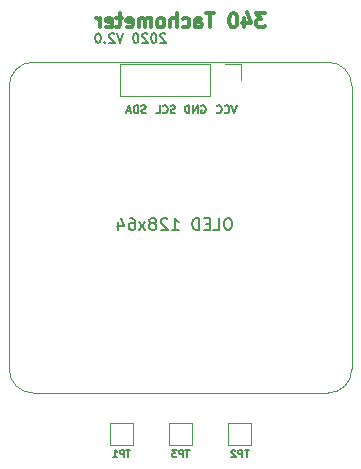
<source format=gbr>
G04 #@! TF.GenerationSoftware,KiCad,Pcbnew,(5.1.6-0-10_14)*
G04 #@! TF.CreationDate,2020-09-06T19:08:14+02:00*
G04 #@! TF.ProjectId,Tachometer pcb,54616368-6f6d-4657-9465-72207063622e,V2.0*
G04 #@! TF.SameCoordinates,Original*
G04 #@! TF.FileFunction,Legend,Bot*
G04 #@! TF.FilePolarity,Positive*
%FSLAX46Y46*%
G04 Gerber Fmt 4.6, Leading zero omitted, Abs format (unit mm)*
G04 Created by KiCad (PCBNEW (5.1.6-0-10_14)) date 2020-09-06 19:08:14*
%MOMM*%
%LPD*%
G01*
G04 APERTURE LIST*
%ADD10C,0.160000*%
%ADD11C,0.300000*%
%ADD12C,0.120000*%
%ADD13C,0.100000*%
%ADD14C,0.150000*%
G04 APERTURE END LIST*
D10*
X153721428Y-88638095D02*
X153683333Y-88600000D01*
X153607142Y-88561904D01*
X153416666Y-88561904D01*
X153340476Y-88600000D01*
X153302380Y-88638095D01*
X153264285Y-88714285D01*
X153264285Y-88790476D01*
X153302380Y-88904761D01*
X153759523Y-89361904D01*
X153264285Y-89361904D01*
X152769047Y-88561904D02*
X152692857Y-88561904D01*
X152616666Y-88600000D01*
X152578571Y-88638095D01*
X152540476Y-88714285D01*
X152502380Y-88866666D01*
X152502380Y-89057142D01*
X152540476Y-89209523D01*
X152578571Y-89285714D01*
X152616666Y-89323809D01*
X152692857Y-89361904D01*
X152769047Y-89361904D01*
X152845238Y-89323809D01*
X152883333Y-89285714D01*
X152921428Y-89209523D01*
X152959523Y-89057142D01*
X152959523Y-88866666D01*
X152921428Y-88714285D01*
X152883333Y-88638095D01*
X152845238Y-88600000D01*
X152769047Y-88561904D01*
X152197619Y-88638095D02*
X152159523Y-88600000D01*
X152083333Y-88561904D01*
X151892857Y-88561904D01*
X151816666Y-88600000D01*
X151778571Y-88638095D01*
X151740476Y-88714285D01*
X151740476Y-88790476D01*
X151778571Y-88904761D01*
X152235714Y-89361904D01*
X151740476Y-89361904D01*
X151245238Y-88561904D02*
X151169047Y-88561904D01*
X151092857Y-88600000D01*
X151054761Y-88638095D01*
X151016666Y-88714285D01*
X150978571Y-88866666D01*
X150978571Y-89057142D01*
X151016666Y-89209523D01*
X151054761Y-89285714D01*
X151092857Y-89323809D01*
X151169047Y-89361904D01*
X151245238Y-89361904D01*
X151321428Y-89323809D01*
X151359523Y-89285714D01*
X151397619Y-89209523D01*
X151435714Y-89057142D01*
X151435714Y-88866666D01*
X151397619Y-88714285D01*
X151359523Y-88638095D01*
X151321428Y-88600000D01*
X151245238Y-88561904D01*
X150140476Y-88561904D02*
X149873809Y-89361904D01*
X149607142Y-88561904D01*
X149378571Y-88638095D02*
X149340476Y-88600000D01*
X149264285Y-88561904D01*
X149073809Y-88561904D01*
X148997619Y-88600000D01*
X148959523Y-88638095D01*
X148921428Y-88714285D01*
X148921428Y-88790476D01*
X148959523Y-88904761D01*
X149416666Y-89361904D01*
X148921428Y-89361904D01*
X148578571Y-89285714D02*
X148540476Y-89323809D01*
X148578571Y-89361904D01*
X148616666Y-89323809D01*
X148578571Y-89285714D01*
X148578571Y-89361904D01*
X148045238Y-88561904D02*
X147969047Y-88561904D01*
X147892857Y-88600000D01*
X147854761Y-88638095D01*
X147816666Y-88714285D01*
X147778571Y-88866666D01*
X147778571Y-89057142D01*
X147816666Y-89209523D01*
X147854761Y-89285714D01*
X147892857Y-89323809D01*
X147969047Y-89361904D01*
X148045238Y-89361904D01*
X148121428Y-89323809D01*
X148159523Y-89285714D01*
X148197619Y-89209523D01*
X148235714Y-89057142D01*
X148235714Y-88866666D01*
X148197619Y-88714285D01*
X148159523Y-88638095D01*
X148121428Y-88600000D01*
X148045238Y-88561904D01*
D11*
X162142857Y-86842857D02*
X161400000Y-86842857D01*
X161800000Y-87300000D01*
X161628571Y-87300000D01*
X161514285Y-87357142D01*
X161457142Y-87414285D01*
X161400000Y-87528571D01*
X161400000Y-87814285D01*
X161457142Y-87928571D01*
X161514285Y-87985714D01*
X161628571Y-88042857D01*
X161971428Y-88042857D01*
X162085714Y-87985714D01*
X162142857Y-87928571D01*
X160371428Y-87242857D02*
X160371428Y-88042857D01*
X160657142Y-86785714D02*
X160942857Y-87642857D01*
X160200000Y-87642857D01*
X159514285Y-86842857D02*
X159400000Y-86842857D01*
X159285714Y-86900000D01*
X159228571Y-86957142D01*
X159171428Y-87071428D01*
X159114285Y-87300000D01*
X159114285Y-87585714D01*
X159171428Y-87814285D01*
X159228571Y-87928571D01*
X159285714Y-87985714D01*
X159400000Y-88042857D01*
X159514285Y-88042857D01*
X159628571Y-87985714D01*
X159685714Y-87928571D01*
X159742857Y-87814285D01*
X159800000Y-87585714D01*
X159800000Y-87300000D01*
X159742857Y-87071428D01*
X159685714Y-86957142D01*
X159628571Y-86900000D01*
X159514285Y-86842857D01*
X157857142Y-86842857D02*
X157171428Y-86842857D01*
X157514285Y-88042857D02*
X157514285Y-86842857D01*
X156257142Y-88042857D02*
X156257142Y-87414285D01*
X156314285Y-87300000D01*
X156428571Y-87242857D01*
X156657142Y-87242857D01*
X156771428Y-87300000D01*
X156257142Y-87985714D02*
X156371428Y-88042857D01*
X156657142Y-88042857D01*
X156771428Y-87985714D01*
X156828571Y-87871428D01*
X156828571Y-87757142D01*
X156771428Y-87642857D01*
X156657142Y-87585714D01*
X156371428Y-87585714D01*
X156257142Y-87528571D01*
X155171428Y-87985714D02*
X155285714Y-88042857D01*
X155514285Y-88042857D01*
X155628571Y-87985714D01*
X155685714Y-87928571D01*
X155742857Y-87814285D01*
X155742857Y-87471428D01*
X155685714Y-87357142D01*
X155628571Y-87300000D01*
X155514285Y-87242857D01*
X155285714Y-87242857D01*
X155171428Y-87300000D01*
X154657142Y-88042857D02*
X154657142Y-86842857D01*
X154142857Y-88042857D02*
X154142857Y-87414285D01*
X154200000Y-87300000D01*
X154314285Y-87242857D01*
X154485714Y-87242857D01*
X154600000Y-87300000D01*
X154657142Y-87357142D01*
X153400000Y-88042857D02*
X153514285Y-87985714D01*
X153571428Y-87928571D01*
X153628571Y-87814285D01*
X153628571Y-87471428D01*
X153571428Y-87357142D01*
X153514285Y-87300000D01*
X153400000Y-87242857D01*
X153228571Y-87242857D01*
X153114285Y-87300000D01*
X153057142Y-87357142D01*
X153000000Y-87471428D01*
X153000000Y-87814285D01*
X153057142Y-87928571D01*
X153114285Y-87985714D01*
X153228571Y-88042857D01*
X153400000Y-88042857D01*
X152485714Y-88042857D02*
X152485714Y-87242857D01*
X152485714Y-87357142D02*
X152428571Y-87300000D01*
X152314285Y-87242857D01*
X152142857Y-87242857D01*
X152028571Y-87300000D01*
X151971428Y-87414285D01*
X151971428Y-88042857D01*
X151971428Y-87414285D02*
X151914285Y-87300000D01*
X151800000Y-87242857D01*
X151628571Y-87242857D01*
X151514285Y-87300000D01*
X151457142Y-87414285D01*
X151457142Y-88042857D01*
X150428571Y-87985714D02*
X150542857Y-88042857D01*
X150771428Y-88042857D01*
X150885714Y-87985714D01*
X150942857Y-87871428D01*
X150942857Y-87414285D01*
X150885714Y-87300000D01*
X150771428Y-87242857D01*
X150542857Y-87242857D01*
X150428571Y-87300000D01*
X150371428Y-87414285D01*
X150371428Y-87528571D01*
X150942857Y-87642857D01*
X150028571Y-87242857D02*
X149571428Y-87242857D01*
X149857142Y-86842857D02*
X149857142Y-87871428D01*
X149800000Y-87985714D01*
X149685714Y-88042857D01*
X149571428Y-88042857D01*
X148714285Y-87985714D02*
X148828571Y-88042857D01*
X149057142Y-88042857D01*
X149171428Y-87985714D01*
X149228571Y-87871428D01*
X149228571Y-87414285D01*
X149171428Y-87300000D01*
X149057142Y-87242857D01*
X148828571Y-87242857D01*
X148714285Y-87300000D01*
X148657142Y-87414285D01*
X148657142Y-87528571D01*
X149228571Y-87642857D01*
X148142857Y-88042857D02*
X148142857Y-87242857D01*
X148142857Y-87471428D02*
X148085714Y-87357142D01*
X148028571Y-87300000D01*
X147914285Y-87242857D01*
X147800000Y-87242857D01*
D10*
X152039285Y-95263095D02*
X151946428Y-95294047D01*
X151791666Y-95294047D01*
X151729761Y-95263095D01*
X151698809Y-95232142D01*
X151667857Y-95170238D01*
X151667857Y-95108333D01*
X151698809Y-95046428D01*
X151729761Y-95015476D01*
X151791666Y-94984523D01*
X151915476Y-94953571D01*
X151977380Y-94922619D01*
X152008333Y-94891666D01*
X152039285Y-94829761D01*
X152039285Y-94767857D01*
X152008333Y-94705952D01*
X151977380Y-94675000D01*
X151915476Y-94644047D01*
X151760714Y-94644047D01*
X151667857Y-94675000D01*
X151389285Y-95294047D02*
X151389285Y-94644047D01*
X151234523Y-94644047D01*
X151141666Y-94675000D01*
X151079761Y-94736904D01*
X151048809Y-94798809D01*
X151017857Y-94922619D01*
X151017857Y-95015476D01*
X151048809Y-95139285D01*
X151079761Y-95201190D01*
X151141666Y-95263095D01*
X151234523Y-95294047D01*
X151389285Y-95294047D01*
X150770238Y-95108333D02*
X150460714Y-95108333D01*
X150832142Y-95294047D02*
X150615476Y-94644047D01*
X150398809Y-95294047D01*
X154523809Y-95263095D02*
X154430952Y-95294047D01*
X154276190Y-95294047D01*
X154214285Y-95263095D01*
X154183333Y-95232142D01*
X154152380Y-95170238D01*
X154152380Y-95108333D01*
X154183333Y-95046428D01*
X154214285Y-95015476D01*
X154276190Y-94984523D01*
X154400000Y-94953571D01*
X154461904Y-94922619D01*
X154492857Y-94891666D01*
X154523809Y-94829761D01*
X154523809Y-94767857D01*
X154492857Y-94705952D01*
X154461904Y-94675000D01*
X154400000Y-94644047D01*
X154245238Y-94644047D01*
X154152380Y-94675000D01*
X153502380Y-95232142D02*
X153533333Y-95263095D01*
X153626190Y-95294047D01*
X153688095Y-95294047D01*
X153780952Y-95263095D01*
X153842857Y-95201190D01*
X153873809Y-95139285D01*
X153904761Y-95015476D01*
X153904761Y-94922619D01*
X153873809Y-94798809D01*
X153842857Y-94736904D01*
X153780952Y-94675000D01*
X153688095Y-94644047D01*
X153626190Y-94644047D01*
X153533333Y-94675000D01*
X153502380Y-94705952D01*
X152914285Y-95294047D02*
X153223809Y-95294047D01*
X153223809Y-94644047D01*
X156745238Y-94675000D02*
X156807142Y-94644047D01*
X156900000Y-94644047D01*
X156992857Y-94675000D01*
X157054761Y-94736904D01*
X157085714Y-94798809D01*
X157116666Y-94922619D01*
X157116666Y-95015476D01*
X157085714Y-95139285D01*
X157054761Y-95201190D01*
X156992857Y-95263095D01*
X156900000Y-95294047D01*
X156838095Y-95294047D01*
X156745238Y-95263095D01*
X156714285Y-95232142D01*
X156714285Y-95015476D01*
X156838095Y-95015476D01*
X156435714Y-95294047D02*
X156435714Y-94644047D01*
X156064285Y-95294047D01*
X156064285Y-94644047D01*
X155754761Y-95294047D02*
X155754761Y-94644047D01*
X155600000Y-94644047D01*
X155507142Y-94675000D01*
X155445238Y-94736904D01*
X155414285Y-94798809D01*
X155383333Y-94922619D01*
X155383333Y-95015476D01*
X155414285Y-95139285D01*
X155445238Y-95201190D01*
X155507142Y-95263095D01*
X155600000Y-95294047D01*
X155754761Y-95294047D01*
X159741666Y-94644047D02*
X159525000Y-95294047D01*
X159308333Y-94644047D01*
X158720238Y-95232142D02*
X158751190Y-95263095D01*
X158844047Y-95294047D01*
X158905952Y-95294047D01*
X158998809Y-95263095D01*
X159060714Y-95201190D01*
X159091666Y-95139285D01*
X159122619Y-95015476D01*
X159122619Y-94922619D01*
X159091666Y-94798809D01*
X159060714Y-94736904D01*
X158998809Y-94675000D01*
X158905952Y-94644047D01*
X158844047Y-94644047D01*
X158751190Y-94675000D01*
X158720238Y-94705952D01*
X158070238Y-95232142D02*
X158101190Y-95263095D01*
X158194047Y-95294047D01*
X158255952Y-95294047D01*
X158348809Y-95263095D01*
X158410714Y-95201190D01*
X158441666Y-95139285D01*
X158472619Y-95015476D01*
X158472619Y-94922619D01*
X158441666Y-94798809D01*
X158410714Y-94736904D01*
X158348809Y-94675000D01*
X158255952Y-94644047D01*
X158194047Y-94644047D01*
X158101190Y-94675000D01*
X158070238Y-94705952D01*
X159119047Y-104202380D02*
X158928571Y-104202380D01*
X158833333Y-104250000D01*
X158738095Y-104345238D01*
X158690476Y-104535714D01*
X158690476Y-104869047D01*
X158738095Y-105059523D01*
X158833333Y-105154761D01*
X158928571Y-105202380D01*
X159119047Y-105202380D01*
X159214285Y-105154761D01*
X159309523Y-105059523D01*
X159357142Y-104869047D01*
X159357142Y-104535714D01*
X159309523Y-104345238D01*
X159214285Y-104250000D01*
X159119047Y-104202380D01*
X157785714Y-105202380D02*
X158261904Y-105202380D01*
X158261904Y-104202380D01*
X157452380Y-104678571D02*
X157119047Y-104678571D01*
X156976190Y-105202380D02*
X157452380Y-105202380D01*
X157452380Y-104202380D01*
X156976190Y-104202380D01*
X156547619Y-105202380D02*
X156547619Y-104202380D01*
X156309523Y-104202380D01*
X156166666Y-104250000D01*
X156071428Y-104345238D01*
X156023809Y-104440476D01*
X155976190Y-104630952D01*
X155976190Y-104773809D01*
X156023809Y-104964285D01*
X156071428Y-105059523D01*
X156166666Y-105154761D01*
X156309523Y-105202380D01*
X156547619Y-105202380D01*
X154261904Y-105202380D02*
X154833333Y-105202380D01*
X154547619Y-105202380D02*
X154547619Y-104202380D01*
X154642857Y-104345238D01*
X154738095Y-104440476D01*
X154833333Y-104488095D01*
X153880952Y-104297619D02*
X153833333Y-104250000D01*
X153738095Y-104202380D01*
X153500000Y-104202380D01*
X153404761Y-104250000D01*
X153357142Y-104297619D01*
X153309523Y-104392857D01*
X153309523Y-104488095D01*
X153357142Y-104630952D01*
X153928571Y-105202380D01*
X153309523Y-105202380D01*
X152738095Y-104630952D02*
X152833333Y-104583333D01*
X152880952Y-104535714D01*
X152928571Y-104440476D01*
X152928571Y-104392857D01*
X152880952Y-104297619D01*
X152833333Y-104250000D01*
X152738095Y-104202380D01*
X152547619Y-104202380D01*
X152452380Y-104250000D01*
X152404761Y-104297619D01*
X152357142Y-104392857D01*
X152357142Y-104440476D01*
X152404761Y-104535714D01*
X152452380Y-104583333D01*
X152547619Y-104630952D01*
X152738095Y-104630952D01*
X152833333Y-104678571D01*
X152880952Y-104726190D01*
X152928571Y-104821428D01*
X152928571Y-105011904D01*
X152880952Y-105107142D01*
X152833333Y-105154761D01*
X152738095Y-105202380D01*
X152547619Y-105202380D01*
X152452380Y-105154761D01*
X152404761Y-105107142D01*
X152357142Y-105011904D01*
X152357142Y-104821428D01*
X152404761Y-104726190D01*
X152452380Y-104678571D01*
X152547619Y-104630952D01*
X152023809Y-105202380D02*
X151500000Y-104535714D01*
X152023809Y-104535714D02*
X151500000Y-105202380D01*
X150690476Y-104202380D02*
X150880952Y-104202380D01*
X150976190Y-104250000D01*
X151023809Y-104297619D01*
X151119047Y-104440476D01*
X151166666Y-104630952D01*
X151166666Y-105011904D01*
X151119047Y-105107142D01*
X151071428Y-105154761D01*
X150976190Y-105202380D01*
X150785714Y-105202380D01*
X150690476Y-105154761D01*
X150642857Y-105107142D01*
X150595238Y-105011904D01*
X150595238Y-104773809D01*
X150642857Y-104678571D01*
X150690476Y-104630952D01*
X150785714Y-104583333D01*
X150976190Y-104583333D01*
X151071428Y-104630952D01*
X151119047Y-104678571D01*
X151166666Y-104773809D01*
X149738095Y-104535714D02*
X149738095Y-105202380D01*
X149976190Y-104154761D02*
X150214285Y-104869047D01*
X149595238Y-104869047D01*
D12*
X140500000Y-93000000D02*
G75*
G02*
X142500000Y-91000000I2000000J0D01*
G01*
X167500000Y-91000000D02*
G75*
G02*
X169500000Y-93000000I0J-2000000D01*
G01*
X169500000Y-117000000D02*
G75*
G02*
X167500000Y-119000000I-2000000J0D01*
G01*
X142500000Y-119000000D02*
G75*
G02*
X140500000Y-117000000I0J2000000D01*
G01*
D13*
X140500000Y-117000000D02*
X140500000Y-93000000D01*
X167500000Y-119000000D02*
X142500000Y-119000000D01*
X169500000Y-93000000D02*
X169500000Y-117000000D01*
X142500000Y-91000000D02*
X167500000Y-91000000D01*
D12*
X154050000Y-123450000D02*
X155950000Y-123450000D01*
X155950000Y-123450000D02*
X155950000Y-121550000D01*
X155950000Y-121550000D02*
X154050000Y-121550000D01*
X154050000Y-121550000D02*
X154050000Y-123450000D01*
X159050000Y-123450000D02*
X160950000Y-123450000D01*
X160950000Y-123450000D02*
X160950000Y-121550000D01*
X160950000Y-121550000D02*
X159050000Y-121550000D01*
X159050000Y-121550000D02*
X159050000Y-123450000D01*
X149050000Y-123450000D02*
X150950000Y-123450000D01*
X150950000Y-123450000D02*
X150950000Y-121550000D01*
X150950000Y-121550000D02*
X149050000Y-121550000D01*
X149050000Y-121550000D02*
X149050000Y-123450000D01*
X157530000Y-93830000D02*
X157530000Y-91170000D01*
X157530000Y-93830000D02*
X149850000Y-93830000D01*
X149850000Y-93830000D02*
X149850000Y-91170000D01*
X157530000Y-91170000D02*
X149850000Y-91170000D01*
X160130000Y-91170000D02*
X158800000Y-91170000D01*
X160130000Y-92500000D02*
X160130000Y-91170000D01*
D14*
X155757142Y-123819428D02*
X155414285Y-123819428D01*
X155585714Y-124419428D02*
X155585714Y-123819428D01*
X155214285Y-124419428D02*
X155214285Y-123819428D01*
X154985714Y-123819428D01*
X154928571Y-123848000D01*
X154900000Y-123876571D01*
X154871428Y-123933714D01*
X154871428Y-124019428D01*
X154900000Y-124076571D01*
X154928571Y-124105142D01*
X154985714Y-124133714D01*
X155214285Y-124133714D01*
X154671428Y-123819428D02*
X154300000Y-123819428D01*
X154500000Y-124048000D01*
X154414285Y-124048000D01*
X154357142Y-124076571D01*
X154328571Y-124105142D01*
X154300000Y-124162285D01*
X154300000Y-124305142D01*
X154328571Y-124362285D01*
X154357142Y-124390857D01*
X154414285Y-124419428D01*
X154585714Y-124419428D01*
X154642857Y-124390857D01*
X154671428Y-124362285D01*
X160757142Y-123819428D02*
X160414285Y-123819428D01*
X160585714Y-124419428D02*
X160585714Y-123819428D01*
X160214285Y-124419428D02*
X160214285Y-123819428D01*
X159985714Y-123819428D01*
X159928571Y-123848000D01*
X159900000Y-123876571D01*
X159871428Y-123933714D01*
X159871428Y-124019428D01*
X159900000Y-124076571D01*
X159928571Y-124105142D01*
X159985714Y-124133714D01*
X160214285Y-124133714D01*
X159642857Y-123876571D02*
X159614285Y-123848000D01*
X159557142Y-123819428D01*
X159414285Y-123819428D01*
X159357142Y-123848000D01*
X159328571Y-123876571D01*
X159300000Y-123933714D01*
X159300000Y-123990857D01*
X159328571Y-124076571D01*
X159671428Y-124419428D01*
X159300000Y-124419428D01*
X150757142Y-123819428D02*
X150414285Y-123819428D01*
X150585714Y-124419428D02*
X150585714Y-123819428D01*
X150214285Y-124419428D02*
X150214285Y-123819428D01*
X149985714Y-123819428D01*
X149928571Y-123848000D01*
X149900000Y-123876571D01*
X149871428Y-123933714D01*
X149871428Y-124019428D01*
X149900000Y-124076571D01*
X149928571Y-124105142D01*
X149985714Y-124133714D01*
X150214285Y-124133714D01*
X149300000Y-124419428D02*
X149642857Y-124419428D01*
X149471428Y-124419428D02*
X149471428Y-123819428D01*
X149528571Y-123905142D01*
X149585714Y-123962285D01*
X149642857Y-123990857D01*
M02*

</source>
